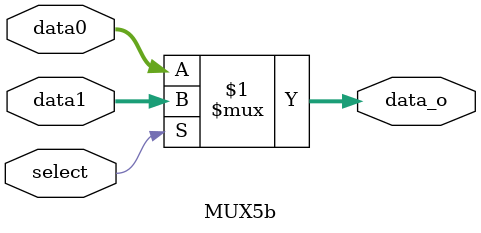
<source format=v>
module MUX5b(
	input [4:0]data0,
	input [4:0]data1,
	input select,
	output [4:0]data_o);

assign data_o=select?data1:data0;

endmodule 
</source>
